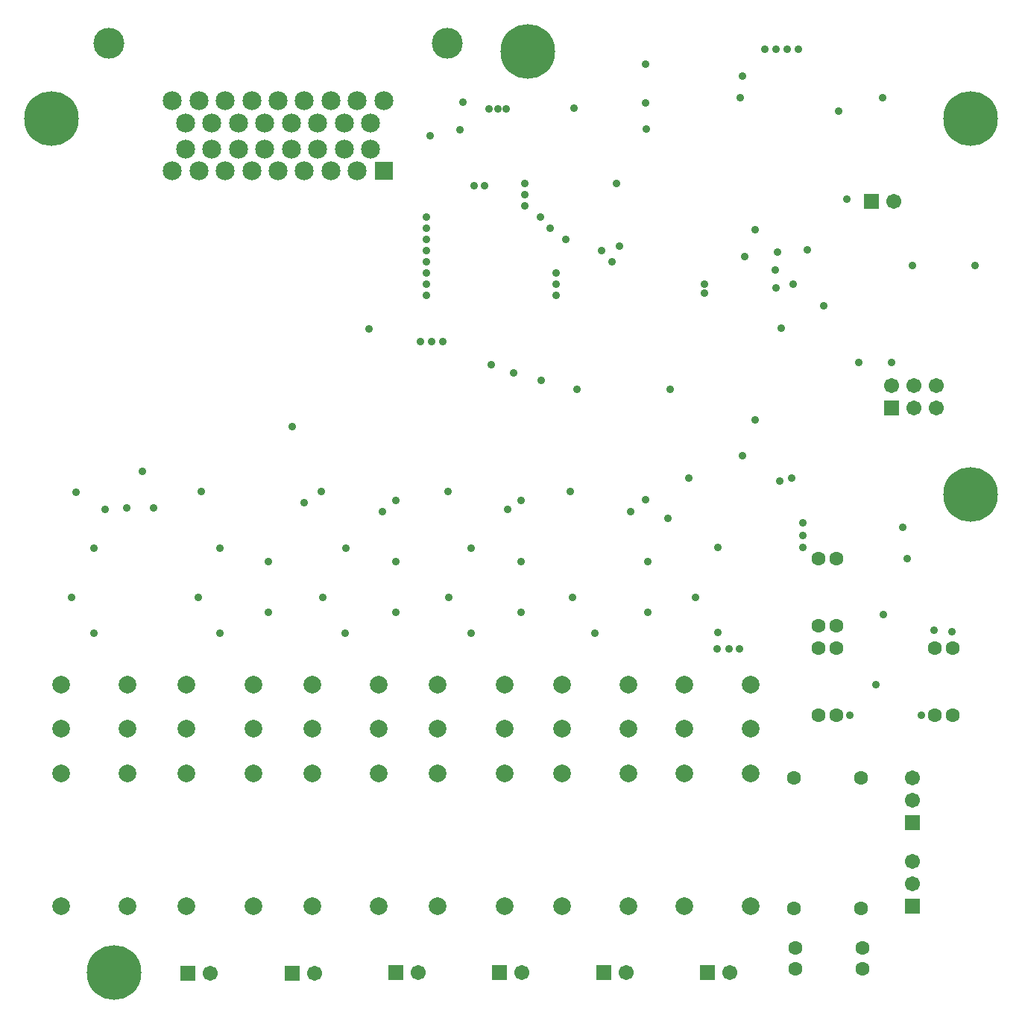
<source format=gbs>
G04*
G04 #@! TF.GenerationSoftware,Altium Limited,Altium Designer,19.0.15 (446)*
G04*
G04 Layer_Color=16711935*
%FSLAX25Y25*%
%MOIN*%
G70*
G01*
G75*
%ADD51C,0.24422*%
%ADD52R,0.06706X0.06706*%
%ADD53C,0.06706*%
%ADD54C,0.07887*%
%ADD55C,0.13792*%
%ADD56C,0.08477*%
%ADD57R,0.08477X0.08477*%
%ADD58R,0.06706X0.06706*%
%ADD59C,0.06312*%
%ADD60C,0.03556*%
D51*
X43850Y16309D02*
D03*
X426850Y229860D02*
D03*
Y397719D02*
D03*
X228850Y427860D02*
D03*
X15850Y397719D02*
D03*
D52*
X169768Y16043D02*
D03*
X123309Y15860D02*
D03*
X76850Y15860D02*
D03*
X262685Y16043D02*
D03*
X309144D02*
D03*
X216226D02*
D03*
X382350Y360860D02*
D03*
X391350Y268521D02*
D03*
D53*
X179768Y16043D02*
D03*
X133309Y15860D02*
D03*
X86850Y15860D02*
D03*
X272685Y16043D02*
D03*
X319144D02*
D03*
X226226D02*
D03*
X392350Y360860D02*
D03*
X391350Y278521D02*
D03*
X401350Y268521D02*
D03*
Y278521D02*
D03*
X411350Y268521D02*
D03*
Y278521D02*
D03*
X400850Y93360D02*
D03*
Y103360D02*
D03*
Y55860D02*
D03*
Y65860D02*
D03*
D54*
X132368Y45754D02*
D03*
Y125124D02*
D03*
Y144967D02*
D03*
Y105282D02*
D03*
X162132D02*
D03*
Y144967D02*
D03*
Y125124D02*
D03*
Y45754D02*
D03*
X76168D02*
D03*
Y125124D02*
D03*
Y144967D02*
D03*
Y105282D02*
D03*
X105932D02*
D03*
Y144967D02*
D03*
Y125124D02*
D03*
Y45754D02*
D03*
X19968D02*
D03*
Y125124D02*
D03*
Y144967D02*
D03*
Y105282D02*
D03*
X49732D02*
D03*
Y144967D02*
D03*
Y125124D02*
D03*
Y45754D02*
D03*
X243968D02*
D03*
Y125124D02*
D03*
Y144967D02*
D03*
Y105282D02*
D03*
X273732D02*
D03*
Y144967D02*
D03*
Y125124D02*
D03*
Y45754D02*
D03*
X298768D02*
D03*
Y125124D02*
D03*
Y144967D02*
D03*
Y105282D02*
D03*
X328532D02*
D03*
Y144967D02*
D03*
Y125124D02*
D03*
Y45754D02*
D03*
X188568D02*
D03*
Y125124D02*
D03*
Y144967D02*
D03*
Y105282D02*
D03*
X218332D02*
D03*
Y144967D02*
D03*
Y125124D02*
D03*
Y45754D02*
D03*
D55*
X192882Y431451D02*
D03*
X41307D02*
D03*
D56*
X164338Y405860D02*
D03*
X152527D02*
D03*
X140716D02*
D03*
X128905D02*
D03*
X117094D02*
D03*
X105283D02*
D03*
X93472D02*
D03*
X81661D02*
D03*
X69850D02*
D03*
X158433Y396018D02*
D03*
X146622D02*
D03*
X134811D02*
D03*
X123000D02*
D03*
X111189D02*
D03*
X99378D02*
D03*
X87567D02*
D03*
X75756D02*
D03*
X158433Y384207D02*
D03*
X146622D02*
D03*
X134811D02*
D03*
X123000D02*
D03*
X111189D02*
D03*
X99378D02*
D03*
X87567D02*
D03*
X75756D02*
D03*
X152527Y374364D02*
D03*
X140716D02*
D03*
X128905D02*
D03*
X117094D02*
D03*
X105283D02*
D03*
X93472D02*
D03*
X81661D02*
D03*
X69850D02*
D03*
D57*
X164338D02*
D03*
D58*
X400850Y83360D02*
D03*
Y45860D02*
D03*
D59*
X377728Y103360D02*
D03*
X347728D02*
D03*
Y44860D02*
D03*
X377728D02*
D03*
X348350Y27360D02*
D03*
X378350D02*
D03*
Y17860D02*
D03*
X348350D02*
D03*
X358850Y161360D02*
D03*
Y131360D02*
D03*
X366850D02*
D03*
Y161360D02*
D03*
X418850Y131360D02*
D03*
Y161360D02*
D03*
X410850D02*
D03*
Y131360D02*
D03*
X358850Y201360D02*
D03*
Y171360D02*
D03*
X366850D02*
D03*
Y201360D02*
D03*
D60*
X209350Y367860D02*
D03*
X190850Y298360D02*
D03*
X185850D02*
D03*
X180850D02*
D03*
X204850Y367860D02*
D03*
X198456Y392967D02*
D03*
X342031Y304360D02*
D03*
X371350Y361892D02*
D03*
X346850Y237153D02*
D03*
X324850Y247360D02*
D03*
X330564Y263148D02*
D03*
X313350Y160860D02*
D03*
X318850D02*
D03*
X351850Y217120D02*
D03*
Y211614D02*
D03*
X56350Y240288D02*
D03*
X61350Y223860D02*
D03*
X49350D02*
D03*
X39850Y223360D02*
D03*
X128905Y226360D02*
D03*
X274850Y222360D02*
D03*
X219850Y223360D02*
D03*
X163850Y222360D02*
D03*
X169850Y227360D02*
D03*
X225850D02*
D03*
X281350Y227605D02*
D03*
X123350Y260360D02*
D03*
X112850Y199860D02*
D03*
X157620Y303860D02*
D03*
X211350Y402360D02*
D03*
X215350D02*
D03*
X218922D02*
D03*
X249350Y402646D02*
D03*
X400850Y332075D02*
D03*
X428850D02*
D03*
X282350Y177360D02*
D03*
Y199860D02*
D03*
X323350Y160860D02*
D03*
X351850Y206282D02*
D03*
X225850Y177360D02*
D03*
Y199860D02*
D03*
X169850Y177360D02*
D03*
Y199860D02*
D03*
X112811Y177360D02*
D03*
X247622Y231360D02*
D03*
X193151D02*
D03*
X136350D02*
D03*
X82901D02*
D03*
X26850Y230860D02*
D03*
X34850Y167860D02*
D03*
X91050D02*
D03*
X147250D02*
D03*
X203350D02*
D03*
X258850D02*
D03*
X313850Y168360D02*
D03*
X341564Y235860D02*
D03*
X291350Y219360D02*
D03*
X292350Y276860D02*
D03*
X199850Y405360D02*
D03*
X185082Y390211D02*
D03*
X269850Y340860D02*
D03*
X261850Y338860D02*
D03*
X313650Y206282D02*
D03*
X266350Y333860D02*
D03*
X203450Y205961D02*
D03*
X245850Y343860D02*
D03*
X147350Y205860D02*
D03*
X91050Y205861D02*
D03*
X238850Y348860D02*
D03*
X234350Y353860D02*
D03*
X34850Y205860D02*
D03*
X241350Y323860D02*
D03*
Y328860D02*
D03*
Y318860D02*
D03*
X183350D02*
D03*
Y323762D02*
D03*
Y328860D02*
D03*
Y333860D02*
D03*
Y338860D02*
D03*
Y343860D02*
D03*
Y348860D02*
D03*
Y353860D02*
D03*
X212350Y287860D02*
D03*
X222350Y284360D02*
D03*
X234850Y280860D02*
D03*
X330350Y348360D02*
D03*
X250850Y276860D02*
D03*
X387350Y407360D02*
D03*
X367850Y401360D02*
D03*
X344850Y428860D02*
D03*
X347350Y323860D02*
D03*
X340350Y338360D02*
D03*
X349850Y428860D02*
D03*
X361126Y314360D02*
D03*
X339350Y330360D02*
D03*
X339850Y428860D02*
D03*
X334850D02*
D03*
X324850Y416860D02*
D03*
X353850Y339360D02*
D03*
X227350Y363860D02*
D03*
X281850Y393360D02*
D03*
X268350Y368860D02*
D03*
X323850Y407360D02*
D03*
X227350Y358860D02*
D03*
X307881Y319860D02*
D03*
X307850Y323860D02*
D03*
X227350Y368860D02*
D03*
X281350Y422360D02*
D03*
Y404860D02*
D03*
X325850Y336360D02*
D03*
X339850Y322360D02*
D03*
X376850Y288860D02*
D03*
X391350D02*
D03*
X418350Y168404D02*
D03*
X387850Y176360D02*
D03*
X384350Y144860D02*
D03*
X404850Y131317D02*
D03*
X372850Y131360D02*
D03*
X410350Y169360D02*
D03*
X396350Y215360D02*
D03*
X398350Y201360D02*
D03*
X300850Y237360D02*
D03*
X303650Y183860D02*
D03*
X248850D02*
D03*
X193450D02*
D03*
X137250D02*
D03*
X81350D02*
D03*
X24850D02*
D03*
M02*

</source>
